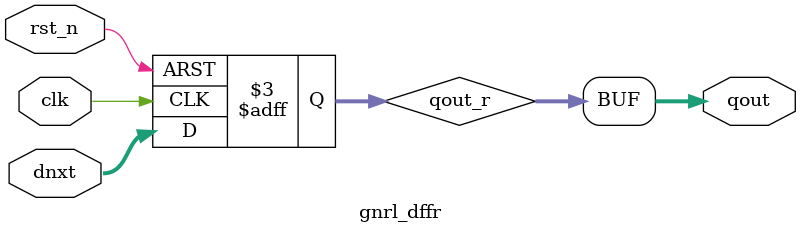
<source format=v>
`timescale 1ns / 1ps


module gnrl_dfflr #(
    parameter DW = 32,
    parameter RV = {DW{1'b0}}
)(
    input lden,
    input [DW-1:0] dnxt,
    output [DW-1:0] qout,
    
    input clk,
    input rst_n
    );
reg [DW-1:0] qout_r;
always @(posedge clk or negedge rst_n)
begin: DFFLRS_RPOC
    if (rst_n == 1'b0)
        qout_r <= RV;
    else if (lden == 1'b1)
        qout_r <= dnxt;
end

assign qout = qout_r;

endmodule



module gnrl_dffl #(
    parameter DW=32
)(
    input lden,
    input [DW-1:0] dnxt,
    output [DW-1:0] qout,
    input clk
 );
 reg [DW-1:0] qout_r;
 
 always @(posedge clk)
 begin : DFFL_PROC
    if (lden == 1'b1)
        qout_r <= dnxt;
 end
 
 assign qout = qout_r;
 endmodule
 
 
 module gnrl_dffr #(
    parameter DW = 32,
    parameter RV = {DW{1'b0}}
 ) (
    input [DW-1:0] dnxt,
    output [DW-1:0] qout,
    
    input clk,
    input rst_n
);

reg [DW-1:0] qout_r;

always @(posedge clk or negedge rst_n)
begin: DFFRS_PROC
    if (rst_n==1'b0)
        qout_r <= RV;
    else
        qout_r <= dnxt;
end

assign qout = qout_r;

endmodule

</source>
